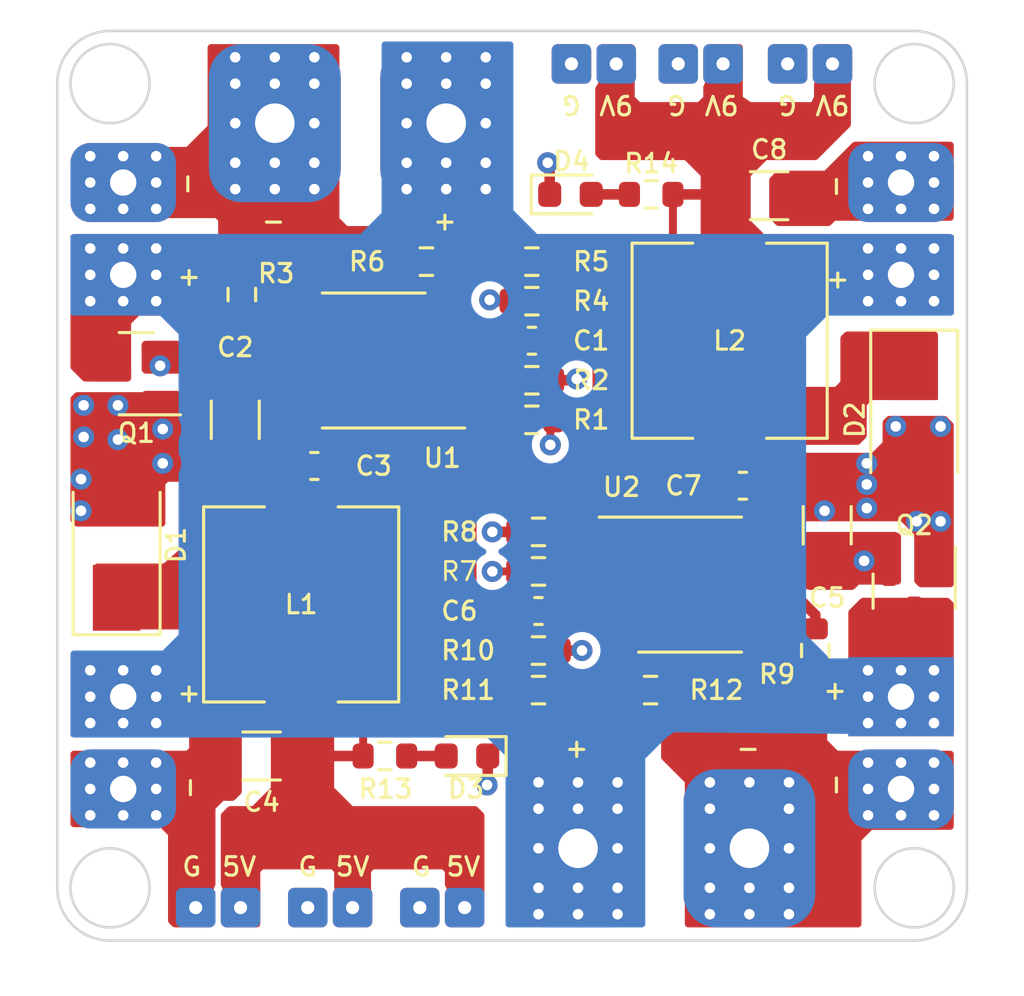
<source format=kicad_pcb>
(kicad_pcb (version 20211014) (generator pcbnew)
  (title_block (title "PDB") (date "2022-09-21") (rev "Version 1.0") (company "BIT2BYTE") (comment 1 "Designed By: CHUOB VANDY"))
  (layers (0 "F.Cu" signal) (1 "In1.Cu" power "In_1_GND") (2 "In2.Cu" power "In_2_GND") (31 "B.Cu" signal) (34 "B.Paste" user) (35 "F.Paste" user) (36 "B.SilkS" user "B.Silkscreen") (37 "F.SilkS" user "F.Silkscreen") (38 "B.Mask" user) (39 "F.Mask" user) (44 "Edge.Cuts" user))
  (net 0 "")
  (net 1 "/COMP")
  (net 2 "Net-(C1-Pad2)")
  (net 3 "/VIN")
  (net 4 "GND")
  (net 5 "/BST")
  (net 6 "/SW")
  (net 7 "+5V")
  (net 8 "Net-(C6-Pad2)")
  (net 9 "+9V")
  (net 10 "VCC")
  (net 11 "/EN")
  (net 12 "/FREQ")
  (net 13 "/FB")
  (net 14 "/VIN_9")
  (net 15 "/COMP_9")
  (net 16 "/BST_9")
  (net 17 "/SW_9")
  (net 18 "/EN_9")
  (net 19 "/FREQ_9")
  (net 20 "/FB_9")
  (net 21 "Net-(D3-Pad2)")
  (net 22 "Net-(D4-Pad2)")
  (footprint "Resistor_SMD:R_0603_1608Metric" (layer "F.Cu") (at 147.4 94)
    (fp_text reference "R7" (at -3.01 0) (layer "F.SilkS") (effects (font (size 0.7 0.7) (thickness 0.1))))
    (fp_text value "100k")
    (pad "1" smd roundrect locked (at -0.825 0) (size 0.8 0.95) (layers "F.Cu" "F.Paste" "F.Mask") (net 14 "/VIN_9"))
    (pad "2" smd roundrect locked (at 0.825 0) (size 0.8 0.95) (layers "F.Cu" "F.Paste" "F.Mask") (net 18 "/EN_9"))
  )
  (footprint "Diode_SMD:D_SMA" (layer "F.Cu") (at 131.4 93 90)
    (fp_text reference "D1" (at 0 2.25 90) (layer "F.SilkS") (effects (font (size 0.7 0.7) (thickness 0.12))))
    (fp_text value "SS34")
    (pad "1" smd rect locked (at -2 0 90) (size 2.5 1.8) (layers "F.Cu" "F.Paste" "F.Mask") (net 6 "/SW"))
    (pad "2" smd rect locked (at 2 0 90) (size 2.5 1.8) (layers "F.Cu" "F.Paste" "F.Mask") (net 4 "GND"))
  )
  (footprint "Resistor_SMD:R_0603_1608Metric" (layer "F.Cu") (at 136.15 83.5 90)
    (fp_text reference "R3" (at 0.8 1.3) (layer "F.SilkS") (effects (font (size 0.7 0.7) (thickness 0.12))))
    (fp_text value "100k")
    (pad "1" smd roundrect locked (at -0.825 0 90) (size 0.8 0.95) (layers "F.Cu" "F.Paste" "F.Mask") (net 12 "/FREQ"))
    (pad "2" smd roundrect locked (at 0.825 0 90) (size 0.8 0.95) (layers "F.Cu" "F.Paste" "F.Mask") (net 4 "GND"))
  )
  (footprint "LED_SMD:LED_0603_1608Metric" (layer "F.Cu") (at 148.6125 79.7)
    (fp_text reference "D4" (at 0.0375 -1.25 180) (layer "F.SilkS") (effects (font (size 0.7 0.7) (thickness 0.12))))
    (fp_text value "LEDR")
    (pad "1" smd roundrect locked (at -0.7875 0) (size 0.875 0.95) (layers "F.Cu" "F.Paste" "F.Mask") (net 4 "GND"))
    (pad "2" smd roundrect locked (at 0.7875 0) (size 0.875 0.95) (layers "F.Cu" "F.Paste" "F.Mask") (net 22 "Net-(D4-Pad2)"))
  )
  (footprint "Resistor_SMD:R_0603_1608Metric" (layer "F.Cu") (at 143.15 82.25 180)
    (fp_text reference "R6" (at 2.25 0) (layer "F.SilkS") (effects (font (size 0.7 0.7) (thickness 0.12))))
    (fp_text value "24k")
    (pad "1" smd roundrect locked (at -0.825 0 180) (size 0.8 0.95) (layers "F.Cu" "F.Paste" "F.Mask") (net 13 "/FB"))
    (pad "2" smd roundrect locked (at 0.825 0 180) (size 0.8 0.95) (layers "F.Cu" "F.Paste" "F.Mask") (net 4 "GND"))
  )
  (footprint "Resistor_SMD:R_0603_1608Metric" (layer "F.Cu") (at 151.675 79.7 180)
    (fp_text reference "R14" (at 0 1.175 180) (layer "F.SilkS") (effects (font (size 0.7 0.7) (thickness 0.12))))
    (fp_text value "1k")
    (pad "1" smd roundrect locked (at -0.825 0 180) (size 0.8 0.95) (layers "F.Cu" "F.Paste" "F.Mask") (net 9 "+9V"))
    (pad "2" smd roundrect locked (at 0.825 0 180) (size 0.8 0.95) (layers "F.Cu" "F.Paste" "F.Mask") (net 22 "Net-(D4-Pad2)"))
  )
  (footprint "Capacitor_SMD:C_0603_1608Metric" (layer "F.Cu") (at 147.15 85.25)
    (fp_text reference "C1" (at 2.25 0) (layer "F.SilkS") (effects (font (size 0.7 0.7) (thickness 0.12))))
    (fp_text value "150pF")
    (pad "1" smd roundrect locked (at -0.775 0) (size 0.9 0.95) (layers "F.Cu" "F.Paste" "F.Mask") (net 1 "/COMP"))
    (pad "2" smd roundrect locked (at 0.775 0) (size 0.9 0.95) (layers "F.Cu" "F.Paste" "F.Mask") (net 2 "Net-(C1-Pad2)"))
  )
  (footprint "Capacitor_SMD:C_1206_3216Metric" (layer "F.Cu") (at 156.15 79.75)
    (fp_text reference "C8" (at 0 -1.75) (layer "F.SilkS") (effects (font (size 0.7 0.7) (thickness 0.12))))
    (fp_text value "22uF")
    (pad "1" smd roundrect locked (at -1.475 0) (size 1.15 1.8) (layers "F.Cu" "F.Paste" "F.Mask") (roundrect_rratio 0.217391) (net 9 "+9V"))
    (pad "2" smd roundrect locked (at 1.475 0) (size 1.15 1.8) (layers "F.Cu" "F.Paste" "F.Mask") (roundrect_rratio 0.217391) (net 4 "GND"))
  )
  (footprint "Resistor_SMD:R_0603_1608Metric" (layer "F.Cu") (at 141.575 101)
    (fp_text reference "R13" (at 0.02 1.25) (layer "F.SilkS") (effects (font (size 0.7 0.7) (thickness 0.12))))
    (fp_text value "330R")
    (pad "1" smd roundrect locked (at -0.825 0) (size 0.8 0.95) (layers "F.Cu" "F.Paste" "F.Mask") (net 7 "+5V"))
    (pad "2" smd roundrect locked (at 0.825 0) (size 0.8 0.95) (layers "F.Cu" "F.Paste" "F.Mask") (net 21 "Net-(D3-Pad2)"))
  )
  (footprint "Resistor_SMD:R_0603_1608Metric" (layer "F.Cu") (at 157.9 97 -90)
    (fp_text reference "R9" (at 0.9 1.45 180) (layer "F.SilkS") (effects (font (size 0.7 0.7) (thickness 0.12))))
    (fp_text value "100k")
    (pad "1" smd roundrect locked (at -0.825 0 270) (size 0.8 0.95) (layers "F.Cu" "F.Paste" "F.Mask") (net 19 "/FREQ_9"))
    (pad "2" smd roundrect locked (at 0.825 0 270) (size 0.8 0.95) (layers "F.Cu" "F.Paste" "F.Mask") (net 4 "GND"))
  )
  (footprint "myCustomLibs:PDB_Pad01x02" (layer "F.Cu") (at 161.15 102.25)
    (fp_text reference "J3" hide)
    (fp_text value "Conn_01x02")
    (pad "1" thru_hole roundrect (at 0 0) (size 4 3) (drill 1) (layers *.Cu *.Mask) (net 4 "GND"))
    (pad "2" thru_hole rect (at 0 -3.5) (size 4 3) (drill 1) (layers *.Cu *.Mask) (net 10 "VCC"))
  )
  (footprint "Package_SO:SOIC-8-1EP_3.9x4.9mm_P1.27mm_EP2.41x3.3mm" (layer "F.Cu") (at 141.15 86 180)
    (fp_text reference "U1" (at -2.6 -3.7 180) (layer "F.SilkS") (effects (font (size 0.7 0.7) (thickness 0.12))))
    (fp_text value "MP1584")
    (pad "1" smd roundrect locked (at -2.475 -1.905 180) (size 1.95 0.6) (layers "F.Cu" "F.Paste" "F.Mask") (net 6 "/SW"))
    (pad "2" smd roundrect locked (at -2.475 -0.635 180) (size 1.95 0.6) (layers "F.Cu" "F.Paste" "F.Mask") (net 11 "/EN"))
    (pad "3" smd roundrect locked (at -2.475 0.635 180) (size 1.95 0.6) (layers "F.Cu" "F.Paste" "F.Mask") (net 1 "/COMP"))
    (pad "4" smd roundrect locked (at -2.475 1.905 180) (size 1.95 0.6) (layers "F.Cu" "F.Paste" "F.Mask") (net 13 "/FB"))
    (pad "5" smd roundrect locked (at 2.475 1.905 180) (size 1.95 0.6) (layers "F.Cu" "F.Paste" "F.Mask") (net 4 "GND"))
    (pad "6" smd roundrect locked (at 2.475 0.635 180) (size 1.95 0.6) (layers "F.Cu" "F.Paste" "F.Mask") (net 12 "/FREQ"))
    (pad "7" smd roundrect locked (at 2.475 -0.635 180) (size 1.95 0.6) (layers "F.Cu" "F.Paste" "F.Mask") (net 3 "/VIN"))
    (pad "8" smd roundrect locked (at 2.475 -1.905 180) (size 1.95 0.6) (layers "F.Cu" "F.Paste" "F.Mask") (net 5 "/BST"))
    (pad "9" smd rect locked (at 0 0 180) (size 2.41 3.3) (layers "F.Cu" "F.Mask"))
  )
  (footprint "Resistor_SMD:R_0603_1608Metric" (layer "F.Cu") (at 147.15 86.75)
    (fp_text reference "R2" (at 2.25 0) (layer "F.SilkS") (effects (font (size 0.7 0.7) (thickness 0.12))))
    (fp_text value "24k")
    (pad "1" smd roundrect locked (at -0.825 0) (size 0.8 0.95) (layers "F.Cu" "F.Paste" "F.Mask") (net 11 "/EN"))
    (pad "2" smd roundrect locked (at 0.825 0) (size 0.8 0.95) (layers "F.Cu" "F.Paste" "F.Mask") (net 4 "GND"))
  )
  (footprint "Resistor_SMD:R_0603_1608Metric" (layer "F.Cu") (at 147.4 98.5)
    (fp_text reference "R11" (at -2.666667 0) (layer "F.SilkS") (effects (font (size 0.7 0.7) (thickness 0.12))))
    (fp_text value "400k")
    (pad "1" smd roundrect locked (at -0.825 0) (size 0.8 0.95) (layers "F.Cu" "F.Paste" "F.Mask") (net 9 "+9V"))
    (pad "2" smd roundrect locked (at 0.825 0) (size 0.8 0.95) (layers "F.Cu" "F.Paste" "F.Mask") (net 20 "/FB_9"))
  )
  (footprint "Capacitor_SMD:C_1206_3216Metric" (layer "F.Cu") (at 136.9 101 180)
    (fp_text reference "C4" (at 0 -1.75 180) (layer "F.SilkS") (effects (font (size 0.7 0.7) (thickness 0.12))))
    (fp_text value "22uF")
    (pad "1" smd roundrect locked (at -1.475 0 180) (size 1.15 1.8) (layers "F.Cu" "F.Paste" "F.Mask") (roundrect_rratio 0.217391) (net 7 "+5V"))
    (pad "2" smd roundrect locked (at 1.475 0 180) (size 1.15 1.8) (layers "F.Cu" "F.Paste" "F.Mask") (roundrect_rratio 0.217391) (net 4 "GND"))
  )
  (footprint "Capacitor_SMD:C_1206_3216Metric" (layer "F.Cu") (at 158.35 92.25 90)
    (fp_text reference "C5" (at -2.75 0 180) (layer "F.SilkS") (effects (font (size 0.7 0.7) (thickness 0.12))))
    (fp_text value "10uF")
    (pad "1" smd roundrect locked (at -1.475 0 90) (size 1.15 1.8) (layers "F.Cu" "F.Paste" "F.Mask") (roundrect_rratio 0.217391) (net 14 "/VIN_9"))
    (pad "2" smd roundrect locked (at 1.475 0 90) (size 1.15 1.8) (layers "F.Cu" "F.Paste" "F.Mask") (roundrect_rratio 0.217391) (net 4 "GND"))
  )
  (footprint "LED_SMD:LED_0603_1608Metric" (layer "F.Cu") (at 144.6875 101 180)
    (fp_text reference "D3" (at 0.0375 -1.25) (layer "F.SilkS") (effects (font (size 0.7 0.7) (thickness 0.12))))
    (fp_text value "LEDR")
    (pad "1" smd roundrect locked (at -0.7875 0 180) (size 0.875 0.95) (layers "F.Cu" "F.Paste" "F.Mask") (net 4 "GND"))
    (pad "2" smd roundrect locked (at 0.7875 0 180) (size 0.875 0.95) (layers "F.Cu" "F.Paste" "F.Mask") (net 21 "Net-(D3-Pad2)"))
  )
  (footprint "Resistor_SMD:R_0603_1608Metric" (layer "F.Cu") (at 147.15 88.25 180)
    (fp_text reference "R1" (at -2.25 0) (layer "F.SilkS") (effects (font (size 0.7 0.7) (thickness 0.12))))
    (fp_text value "100k")
    (pad "1" smd roundrect locked (at -0.825 0 180) (size 0.8 0.95) (layers "F.Cu" "F.Paste" "F.Mask") (net 3 "/VIN"))
    (pad "2" smd roundrect locked (at 0.825 0 180) (size 0.8 0.95) (layers "F.Cu" "F.Paste" "F.Mask") (net 11 "/EN"))
  )
  (footprint "myCustomLibs:ConPadx02-1.5mm" (layer "F.Cu") (at 135.25 106.75)
    (fp_text reference "J10" hide)
    (fp_text value "Conn_01x02")
    (pad "1" thru_hole roundrect (at -0.85 0) (size 1.5 1.5) (drill 0.5) (layers *.Cu *.Mask) (roundrect_rratio 0.15) (net 4 "GND"))
    (pad "2" thru_hole roundrect (at 0.85 0) (size 1.5 1.5) (drill 0.5) (layers *.Cu *.Mask) (roundrect_rratio 0.15) (net 7 "+5V"))
  )
  (footprint "Resistor_SMD:R_0603_1608Metric" (layer "F.Cu") (at 147.4 92.5 180)
    (fp_text reference "R8" (at 3 0) (layer "F.SilkS") (effects (font (size 0.7 0.7) (thickness 0.12))))
    (fp_text value "24k")
    (pad "1" smd roundrect locked (at -0.825 0 180) (size 0.8 0.95) (layers "F.Cu" "F.Paste" "F.Mask") (net 18 "/EN_9"))
    (pad "2" smd roundrect locked (at 0.825 0 180) (size 0.8 0.95) (layers "F.Cu" "F.Paste" "F.Mask") (net 4 "GND"))
  )
  (footprint "Diode_SMD:D_SMA" (layer "F.Cu") (at 161.65 88.25 -90)
    (fp_text reference "D2" (at 0 2.25 -90) (layer "F.SilkS") (effects (font (size 0.7 0.7) (thickness 0.12))))
    (fp_text value "SS34")
    (pad "1" smd rect locked (at -2 0 270) (size 2.5 1.8) (layers "F.Cu" "F.Paste" "F.Mask") (net 17 "/SW_9"))
    (pad "2" smd rect locked (at 2 0 270) (size 2.5 1.8) (layers "F.Cu" "F.Paste" "F.Mask") (net 4 "GND"))
  )
  (footprint "Resistor_SMD:R_0603_1608Metric" (layer "F.Cu") (at 147.15 82.25 180)
    (fp_text reference "R5" (at -2.25 0) (layer "F.SilkS") (effects (font (size 0.7 0.7) (thickness 0.12))))
    (fp_text value "126k")
    (pad "1" smd roundrect locked (at -0.825 0 180) (size 0.8 0.95) (layers "F.Cu" "F.Paste" "F.Mask") (net 7 "+5V"))
    (pad "2" smd roundrect locked (at 0.825 0 180) (size 0.8 0.95) (layers "F.Cu" "F.Paste" "F.Mask") (net 13 "/FB"))
  )
  (footprint "Capacitor_SMD:C_0603_1608Metric" (layer "F.Cu") (at 155.15 90.75 180)
    (fp_text reference "C7" (at 2.25 0) (layer "F.SilkS") (effects (font (size 0.7 0.7) (thickness 0.12))))
    (fp_text value "100nF")
    (pad "1" smd roundrect locked (at -0.775 0 180) (size 0.9 0.95) (layers "F.Cu" "F.Paste" "F.Mask") (net 16 "/BST_9"))
    (pad "2" smd roundrect locked (at 0.775 0 180) (size 0.9 0.95) (layers "F.Cu" "F.Paste" "F.Mask") (net 17 "/SW_9"))
  )
  (footprint "myCustomLibs:PDB_Pad01x02" (layer "F.Cu") (at 131.65 102.25)
    (fp_text reference "J4" hide)
    (fp_text value "Conn_01x02")
    (pad "1" thru_hole roundrect (at 0 0) (size 4 3) (drill 1) (layers *.Cu *.Mask) (net 4 "GND"))
    (pad "2" thru_hole rect (at 0 -3.5) (size 4 3) (drill 1) (layers *.Cu *.Mask) (net 10 "VCC"))
  )
  (footprint "myCustomLibs:PDB_6mm" (layer "F.Cu") (at 141.15 77 90)
    (fp_text reference "J1" hide)
    (fp_text value "Conn_01x02")
    (pad "1" thru_hole roundrect (at 0 -3.75 90) (size 6 5) (drill 1.5) (layers *.Cu *.Mask) (net 4 "GND"))
    (pad "2" thru_hole roundrect (at 0 2.75 90) (size 6 5) (drill 1.5) (layers *.Cu *.Mask) (net 10 "VCC"))
  )
  (footprint "Package_TO_SOT_SMD:SOT-23" (layer "F.Cu") (at 161.65 94.75 -90)
    (fp_text reference "Q2" (at -2.5 0 180) (layer "F.SilkS") (effects (font (size 0.7 0.7) (thickness 0.12))))
    (fp_text value "AO3401A")
    (pad "1" smd roundrect locked (at -0.9375 -0.95 270) (size 1.475 0.6) (layers "F.Cu" "F.Paste" "F.Mask") (net 4 "GND"))
    (pad "2" smd roundrect locked (at -0.9375 0.95 270) (size 1.475 0.6) (layers "F.Cu" "F.Paste" "F.Mask") (net 14 "/VIN_9"))
    (pad "3" smd roundrect locked (at 0.9375 0 270) (size 1.475 0.6) (layers "F.Cu" "F.Paste" "F.Mask") (net 10 "VCC"))
  )
  (footprint "Package_SO:SOIC-8-1EP_3.9x4.9mm_P1.27mm_EP2.41x3.3mm" (layer "F.Cu") (at 153.15 94.5)
    (fp_text reference "U2" (at -2.6 -3.7) (layer "F.SilkS") (effects (font (size 0.7 0.7) (thickness 0.12))))
    (fp_text value "MP1584")
    (pad "1" smd roundrect locked (at -2.475 -1.905) (size 1.95 0.6) (layers "F.Cu" "F.Paste" "F.Mask") (net 17 "/SW_9"))
    (pad "2" smd roundrect locked (at -2.475 -0.635) (size 1.95 0.6) (layers "F.Cu" "F.Paste" "F.Mask") (net 18 "/EN_9"))
    (pad "3" smd roundrect locked (at -2.475 0.635) (size 1.95 0.6) (layers "F.Cu" "F.Paste" "F.Mask") (net 15 "/COMP_9"))
    (pad "4" smd roundrect locked (at -2.475 1.905) (size 1.95 0.6) (layers "F.Cu" "F.Paste" "F.Mask") (net 20 "/FB_9"))
    (pad "5" smd roundrect locked (at 2.475 1.905) (size 1.95 0.6) (layers "F.Cu" "F.Paste" "F.Mask") (net 4 "GND"))
    (pad "6" smd roundrect locked (at 2.475 0.635) (size 1.95 0.6) (layers "F.Cu" "F.Paste" "F.Mask") (net 19 "/FREQ_9"))
    (pad "7" smd roundrect locked (at 2.475 -0.635) (size 1.95 0.6) (layers "F.Cu" "F.Paste" "F.Mask") (net 14 "/VIN_9"))
    (pad "8" smd roundrect locked (at 2.475 -1.905) (size 1.95 0.6) (layers "F.Cu" "F.Paste" "F.Mask") (net 16 "/BST_9"))
    (pad "9" smd rect locked (at 0 0) (size 2.41 3.3) (layers "F.Cu" "F.Mask"))
  )
  (footprint "Resistor_SMD:R_0603_1608Metric" (layer "F.Cu") (at 147.15 83.75 180)
    (fp_text reference "R4" (at -2.25 0) (layer "F.SilkS") (effects (font (size 0.7 0.7) (thickness 0.12))))
    (fp_text value "100k")
    (pad "1" smd roundrect locked (at -0.825 0 180) (size 0.8 0.95) (layers "F.Cu" "F.Paste" "F.Mask") (net 2 "Net-(C1-Pad2)"))
    (pad "2" smd roundrect locked (at 0.825 0 180) (size 0.8 0.95) (layers "F.Cu" "F.Paste" "F.Mask") (net 4 "GND"))
  )
  (footprint "myCustomLibs:ConPadx02-1.5mm" (layer "F.Cu") (at 143.75 106.75)
    (fp_text reference "J9" hide)
    (fp_text value "Conn_01x02")
    (pad "1" thru_hole roundrect (at -0.85 0) (size 1.5 1.5) (drill 0.5) (layers *.Cu *.Mask) (roundrect_rratio 0.15) (net 4 "GND"))
    (pad "2" thru_hole roundrect (at 0.85 0) (size 1.5 1.5) (drill 0.5) (layers *.Cu *.Mask) (roundrect_rratio 0.15) (net 7 "+5V"))
  )
  (footprint "Inductor_SMD:L_7.3x7.3_H4.5" (layer "F.Cu") (at 154.65 85.25 90)
    (fp_text reference "L2" (at 0 0 180) (layer "F.SilkS") (effects (font (size 0.7 0.7) (thickness 0.12))))
    (fp_text value "22uH")
    (pad "1" smd rect locked (at -3.2 0 90) (size 1.5 2.2) (layers "F.Cu" "F.Paste" "F.Mask") (net 17 "/SW_9"))
    (pad "2" smd rect locked (at 3.2 0 90) (size 1.5 2.2) (layers "F.Cu" "F.Paste" "F.Mask") (net 9 "+9V"))
  )
  (footprint "myCustomLibs:PDB_6mm" (layer "F.Cu") (at 151.65 104.5 -90)
    (fp_text reference "J12" hide)
    (fp_text value "Conn_01x02")
    (pad "1" thru_hole roundrect (at 0 -3.75 270) (size 6 5) (drill 1.5) (layers *.Cu *.Mask) (net 4 "GND"))
    (pad "2" thru_hole roundrect (at 0 2.75 270) (size 6 5) (drill 1.5) (layers *.Cu *.Mask) (net 10 "VCC"))
  )
  (footprint "Capacitor_SMD:C_1206_3216Metric" (layer "F.Cu") (at 135.9 88.25 -90)
    (fp_text reference "C2" (at -2.75 0 180) (layer "F.SilkS") (effects (font (size 0.7 0.7) (thickness 0.12))))
    (fp_text value "10uF")
    (pad "1" smd roundrect locked (at -1.475 0 270) (size 1.15 1.8) (layers "F.Cu" "F.Paste" "F.Mask") (roundrect_rratio 0.217391) (net 3 "/VIN"))
    (pad "2" smd roundrect locked (at 1.475 0 270) (size 1.15 1.8) (layers "F.Cu" "F.Paste" "F.Mask") (roundrect_rratio 0.217391) (net 4 "GND"))
  )
  (footprint "myCustomLibs:ConPadx02-1.5mm" (layer "F.Cu") (at 153.55 74.75)
    (fp_text reference "J8" hide)
    (fp_text value "Conn_01x02")
    (pad "1" thru_hole roundrect (at -0.85 0) (size 1.5 1.5) (drill 0.5) (layers *.Cu *.Mask) (roundrect_rratio 0.15) (net 4 "GND"))
    (pad "2" thru_hole roundrect (at 0.85 0) (size 1.5 1.5) (drill 0.5) (layers *.Cu *.Mask) (roundrect_rratio 0.15) (net 9 "+9V"))
  )
  (footprint "myCustomLibs:PDB_Pad01x02" (layer "F.Cu") (at 131.65 79.25 180)
    (fp_text reference "J5" hide)
    (fp_text value "Conn_01x02")
    (pad "1" thru_hole roundrect (at 0 0 180) (size 4 3) (drill 1) (layers *.Cu *.Mask) (net 4 "GND"))
    (pad "2" thru_hole rect (at 0 -3.5 180) (size 4 3) (drill 1) (layers *.Cu *.Mask) (net 10 "VCC"))
  )
  (footprint "Inductor_SMD:L_7.3x7.3_H4.5" (layer "F.Cu") (at 138.4 95.25 -90)
    (fp_text reference "L1" (at 0 0) (layer "F.SilkS") (effects (font (size 0.7 0.7) (thickness 0.12))))
    (fp_text value "22uH")
    (pad "1" smd rect locked (at -3.2 0 270) (size 1.5 2.2) (layers "F.Cu" "F.Paste" "F.Mask") (net 6 "/SW"))
    (pad "2" smd rect locked (at 3.2 0 270) (size 1.5 2.2) (layers "F.Cu" "F.Paste" "F.Mask") (net 7 "+5V"))
  )
  (footprint "Package_TO_SOT_SMD:SOT-23" (layer "F.Cu") (at 132.15 86.5 180)
    (fp_text reference "Q1" (at 0 -2.25) (layer "F.SilkS") (effects (font (size 0.7 0.7) (thickness 0.12))))
    (fp_text value "AO3401A")
    (pad "1" smd roundrect locked (at -0.9375 -0.95 180) (size 1.475 0.6) (layers "F.Cu" "F.Paste" "F.Mask") (net 4 "GND"))
    (pad "2" smd roundrect locked (at -0.9375 0.95 180) (size 1.475 0.6) (layers "F.Cu" "F.Paste" "F.Mask") (net 3 "/VIN"))
    (pad "3" smd roundrect locked (at 0.9375 0 180) (size 1.475 0.6) (layers "F.Cu" "F.Paste" "F.Mask") (net 10 "VCC"))
  )
  (footprint "Resistor_SMD:R_0603_1608Metric" (layer "F.Cu") (at 151.65 98.5)
    (fp_text reference "R12" (at 2.5 0) (layer "F.SilkS") (effects (font (size 0.7 0.7) (thickness 0.12))))
    (fp_text value "39k")
    (pad "1" smd roundrect locked (at -0.825 0) (size 0.8 0.95) (layers "F.Cu" "F.Paste" "F.Mask") (net 20 "/FB_9"))
    (pad "2" smd roundrect locked (at 0.825 0) (size 0.8 0.95) (layers "F.Cu" "F.Paste" "F.Mask") (net 4 "GND"))
  )
  (footprint "myCustomLibs:ConPadx02-1.5mm" (layer "F.Cu") (at 157.7 74.75)
    (fp_text reference "J6" hide)
    (fp_text value "Conn_01x02")
    (pad "1" thru_hole roundrect (at -0.85 0) (size 1.5 1.5) (drill 0.5) (layers *.Cu *.Mask) (roundrect_rratio 0.15) (net 4 "GND"))
    (pad "2" thru_hole roundrect (at 0.85 0) (size 1.5 1.5) (drill 0.5) (layers *.Cu *.Mask) (roundrect_rratio 0.15) (net 9 "+9V"))
  )
  (footprint "myCustomLibs:ConPadx02-1.5mm" (layer "F.Cu") (at 149.5 74.75)
    (fp_text reference "J7" hide)
    (fp_text value "Conn_01x02")
    (pad "1" thru_hole roundrect (at -0.85 0) (size 1.5 1.5) (drill 0.5) (layers *.Cu *.Mask) (roundrect_rratio 0.15) (net 4 "GND"))
    (pad "2" thru_hole roundrect (at 0.85 0) (size 1.5 1.5) (drill 0.5) (layers *.Cu *.Mask) (roundrect_rratio 0.15) (net 9 "+9V"))
  )
  (footprint "Capacitor_SMD:C_0603_1608Metric" (layer "F.Cu") (at 138.9 90)
    (fp_text reference "C3" (at 2.25 0) (layer "F.SilkS") (effects (font (size 0.7 0.7) (thickness 0.12))))
    (fp_text value "100nF")
    (pad "1" smd roundrect locked (at -0.775 0) (size 0.9 0.95) (layers "F.Cu" "F.Paste" "F.Mask") (net 5 "/BST"))
    (pad "2" smd roundrect locked (at 0.775 0) (size 0.9 0.95) (layers "F.Cu" "F.Paste" "F.Mask") (net 6 "/SW"))
  )
  (footprint "Resistor_SMD:R_0603_1608Metric" (layer "F.Cu") (at 147.4 97)
    (fp_text reference "R10" (at -2.666667 0) (layer "F.SilkS") (effects (font (size 0.7 0.7) (thickness 0.12))))
    (fp_text value "100k")
    (pad "1" smd roundrect locked (at -0.825 0) (size 0.8 0.95) (layers "F.Cu" "F.Paste" "F.Mask") (net 8 "Net-(C6-Pad2)"))
    (pad "2" smd roundrect locked (at 0.825 0) (size 0.8 0.95) (layers "F.Cu" "F.Paste" "F.Mask") (net 4 "GND"))
  )
  (footprint "myCustomLibs:PDB_Pad01x02" (layer "F.Cu") (at 161.15 79.25 180)
    (fp_text reference "J2" hide)
    (fp_text value "Conn_01x02")
    (pad "1" thru_hole roundrect (at 0 0 180) (size 4 3) (drill 1) (layers *.Cu *.Mask) (net 4 "GND"))
    (pad "2" thru_hole rect (at 0 -3.5 180) (size 4 3) (drill 1) (layers *.Cu *.Mask) (net 10 "VCC"))
  )
  (footprint "myCustomLibs:ConPadx02-1.5mm" (layer "F.Cu") (at 139.5 106.75)
    (fp_text reference "J11" hide)
    (fp_text value "Conn_01x02")
    (pad "1" thru_hole roundrect (at -0.85 0) (size 1.5 1.5) (drill 0.5) (layers *.Cu *.Mask) (roundrect_rratio 0.15) (net 4 "GND"))
    (pad "2" thru_hole roundrect (at 0.85 0) (size 1.5 1.5) (drill 0.5) (layers *.Cu *.Mask) (roundrect_rratio 0.15) (net 7 "+5V"))
  )
  (footprint "Capacitor_SMD:C_0603_1608Metric" (layer "F.Cu") (at 147.4 95.5 180)
    (fp_text reference "C6" (at 3 0) (layer "F.SilkS") (effects (font (size 0.7 0.7) (thickness 0.12))))
    (fp_text value "150pF")
    (pad "1" smd roundrect locked (at -0.775 0 180) (size 0.9 0.95) (layers "F.Cu" "F.Paste" "F.Mask") (net 15 "/COMP_9"))
    (pad "2" smd roundrect locked (at 0.775 0 180) (size 0.9 0.95) (layers "F.Cu" "F.Paste" "F.Mask") (net 8 "Net-(C6-Pad2)"))
  )
  (gr_line (start 131.15 108) (end 161.65 108) (layer "Edge.Cuts") (width 0.1))
  (gr_circle (center 131.15 75.5) (end 131.15 74) (layer "Edge.Cuts") (width 0.1) (fill none))
  (gr_line (start 161.65 73.5) (end 131.15 73.5) (layer "Edge.Cuts") (width 0.1))
  (gr_circle (center 131.15 106) (end 131.15 104.5) (layer "Edge.Cuts") (width 0.1) (fill none))
  (gr_arc (start 131.15 108) (mid 129.735786 107.414214) (end 129.15 106) (layer "Edge.Cuts") (width 0.1))
  (gr_arc (start 129.15 75.5) (mid 129.735786 74.085786) (end 131.15 73.5) (layer "Edge.Cuts") (width 0.1))
  (gr_line (start 129.15 75.5) (end 129.15 106) (layer "Edge.Cuts") (width 0.1))
  (gr_arc (start 161.65 73.5) (mid 163.064214 74.085786) (end 163.65 75.5) (layer "Edge.Cuts") (width 0.1))
  (gr_circle (center 161.65 106) (end 161.65 104.5) (layer "Edge.Cuts") (width 0.1) (fill none))
  (gr_circle (center 161.65 75.5) (end 161.65 74) (layer "Edge.Cuts") (width 0.1) (fill none))
  (gr_line (start 163.65 106) (end 163.65 75.5) (layer "Edge.Cuts") (width 0.1))
  (gr_arc (start 163.65 106) (mid 163.064214 107.414214) (end 161.65 108) (layer "Edge.Cuts") (width 0.1))
  (gr_text "9V" (at 154.35 76.3 180) (layer "F.SilkS") (effects (font (size 0.7 0.7) (thickness 0.12))))
  (gr_text "-" (at 155.35 100.8 180) (layer "F.SilkS") (effects (font (size 0.7 0.7) (thickness 0.12))))
  (gr_text "-" (at 134.05 79.3 90) (layer "F.SilkS") (effects (font (size 0.7 0.7) (thickness 0.12))))
  (gr_text "+" (at 143.85 80.7) (layer "F.SilkS") (effects (font (size 0.7 0.7) (thickness 0.12))))
  (gr_text "G" (at 138.65 105.2) (layer "F.SilkS") (effects (font (size 0.7 0.7) (thickness 0.12))))
  (gr_text "9V" (at 150.35 76.3 180) (layer "F.SilkS") (effects (font (size 0.7 0.7) (thickness 0.12))))
  (gr_text "G" (at 134.25 105.2) (layer "F.SilkS") (effects (font (size 0.7 0.7) (thickness 0.12))))
  (gr_text "-" (at 137.35 80.7) (layer "F.SilkS") (effects (font (size 0.7 0.7) (thickness 0.12))))
  (gr_text "G" (at 148.65 76.3 180) (layer "F.SilkS") (effects (font (size 0.7 0.7) (thickness 0.12))))
  (gr_text "G" (at 152.65 76.3 180) (layer "F.SilkS") (effects (font (size 0.7 0.7) (thickness 0.12))))
  (gr_text "G" (at 142.95 105.2) (layer "F.SilkS") (effects (font (size 0.7 0.7) (thickness 0.12))))
  (gr_text "5V" (at 136.05 105.2) (layer "F.SilkS") (effects (font (size 0.7 0.7) (thickness 0.12))))
  (gr_text "-" (at 158.65 79.4 90) (layer "F.SilkS") (effects (font (size 0.7 0.7) (thickness 0.12))))
  (gr_text "+" (at 134.15 98.7 180) (layer "F.SilkS") (effects (font (size 0.7 0.7) (thickness 0.12))))
  (gr_text "+" (at 158.75 82.9) (layer "F.SilkS") (effects (font (size 0.7 0.7) (thickness 0.12))))
  (gr_text "-" (at 158.75 102.1 270) (layer "F.SilkS") (effects (font (size 0.7 0.7) (thickness 0.12))))
  (gr_text "+" (at 134.15 82.8) (layer "F.SilkS") (effects (font (size 0.7 0.7) (thickness 0.12))))
  (gr_text "+" (at 158.65 98.6 180) (layer "F.SilkS") (effects (font (size 0.7 0.7) (thickness 0.12))))
  (gr_text "+" (at 148.85 100.8 180) (layer "F.SilkS") (effects (font (size 0.7 0.7) (thickness 0.12))))
  (gr_text "-" (at 134.25 102.2 270) (layer "F.SilkS") (effects (font (size 0.7 0.7) (thickness 0.12))))
  (gr_text "9V" (at 158.55 76.3 180) (layer "F.SilkS") (effects (font (size 0.7 0.7) (thickness 0.12))))
  (gr_text "5V" (at 140.35 105.2) (layer "F.SilkS") (effects (font (size 0.7 0.7) (thickness 0.12))))
  (gr_text "5V" (at 144.55 105.2) (layer "F.SilkS") (effects (font (size 0.7 0.7) (thickness 0.12))))
  (gr_text "G" (at 156.85 76.3 180) (layer "F.SilkS") (effects (font (size 0.7 0.7) (thickness 0.12))))
  (segment (start 143.74 85.25) (end 143.625 85.365) (width 0.3) (layer "F.Cu") (net 1))
  (segment (start 146.375 85.25) (end 143.74 85.25) (width 0.3) (layer "F.Cu") (net 1))
  (segment (start 147.975 83.75) (end 147.975 85.2) (width 0.3) (layer "F.Cu") (net 2))
  (segment (start 147.975 85.2) (end 147.925 85.25) (width 0.3) (layer "F.Cu") (net 2))
  (segment (start 147.85 89.2) (end 147.85 88.375) (width 0.3) (layer "F.Cu") (net 3))
  (segment (start 147.85 88.375) (end 147.975 88.25) (width 0.3) (layer "F.Cu") (net 3))
  (via (at 133.05 86.2) (size 0.8) (drill 0.4) (layers "F.Cu" "B.Cu") (net 3))
  (via (at 147.85 89.2) (size 0.8) (drill 0.4) (layers "F.Cu" "B.Cu") (net 3))
  (segment (start 147.975 86.75) (end 148.8 86.75) (width 0.4) (layer "F.Cu") (net 4))
  (segment (start 145.475 101) (end 145.475 102.075) (width 0.4) (layer "F.Cu") (net 4))
  (segment (start 147.825 79.7) (end 147.825 78.575) (width 0.4) (layer "F.Cu") (net 4))
  (segment (start 145.475 102.075) (end 145.45 102.1) (width 0.4) (layer "F.Cu") (net 4))
  (segment (start 148.8 86.75) (end 148.85 86.7) (width 0.4) (layer "F.Cu") (net 4))
  (segment (start 149.05 97) (end 148.225 97) (width 0.4) (layer "F.Cu") (net 4))
  (segment (start 146.325 83.75) (end 145.6 83.75) (width 0.4) (layer "F.Cu") (net 4))
  (segment (start 147.825 78.575) (end 147.75 78.5) (width 0.4) (layer "F.Cu") (net 4))
  (segment (start 145.6 83.75) (end 145.55 83.7) (width 0.4) (layer "F.Cu") (net 4))
  (segment (start 146.575 92.5) (end 145.65 92.5) (width 0.4) (layer "F.Cu") (net 4))
  (via (at 160.95 88.5) (size 0.8) (drill 0.4) (layers "F.Cu" "B.Cu") (net 4))
  (via (at 132.9 78.25) (size 0.8) (drill 0.4) (layers "F.Cu" "B.Cu") (net 4))
  (via (at 159.9 79.25) (size 0.8) (drill 0.4) (layers "F.Cu" "B.Cu") (net 4))
  (via (at 130.4 103.25) (size 0.8) (drill 0.4) (layers "F.Cu" "B.Cu") (net 4))
  (via (at 131.65 101.25) (size 0.8) (drill 0.4) (layers "F.Cu" "B.Cu") (net 4))
  (via (at 130.15 87.7) (size 0.8) (drill 0.4) (layers "F.Cu" "B.Cu") (net 4))
  (via (at 138.9 74.5) (size 0.8) (drill 0.4) (layers "F.Cu" "B.Cu") (net 4))
  (via (at 161.15 103.25) (size 0.8) (drill 0.4) (layers "F.Cu" "B.Cu") (net 4))
  (via (at 138.9 78.5) (size 0.8) (drill 0.4) (layers "F.Cu" "B.Cu") (net 4))
  (via (at 153.9 106) (size 0.8) (drill 0.4) (layers "F.Cu" "B.Cu") (net 4))
  (via (at 133.15 89.9) (size 0.8) (drill 0.4) (layers "F.Cu" "B.Cu") (net 4))
  (via (at 159.9 102.25) (size 0.8) (drill 0.4) (layers "F.Cu" "B.Cu") (net 4))
  (via (at 155.4 107) (size 0.8) (drill 0.4) (layers "F.Cu" "B.Cu") (net 4))
  (via (at 159.9 101.25) (size 0.8) (drill 0.4) (layers "F.Cu" "B.Cu") (net 4))
  (via (at 162.4 102.25) (size 0.8) (drill 0.4) (layers "F.Cu" "B.Cu") (net 4))
  (via (at 161.15 80.25) (size 0.8) (drill 0.4) (layers "F.Cu" "B.Cu") (net 4))
  (via (at 161.15 101.25) (size 0.8) (drill 0.4) (layers "F.Cu" "B.Cu") (net 4))
  (via (at 162.65 92.1) (size 0.8) (drill 0.4) (layers "F.Cu" "B.Cu") (net 4))
  (via (at 162.4 79.25) (size 0.8) (drill 0.4) (layers "F.Cu" "B.Cu") (net 4))
  (via (at 145.55 83.7) (size 0.8) (drill 0.4) (layers "F.Cu" "B.Cu") (net 4))
  (via (at 131.65 80.25) (size 0.8) (drill 0.4) (layers "F.Cu" "B.Cu") (net 4))
  (via (at 130.05 90.5) (size 0.8) (drill 0.4) (layers "F.Cu" "B.Cu") (net 4))
  (via (at 161.15 78.25) (size 0.8) (drill 0.4) (layers "F.Cu" "B.Cu") (net 4))
  (via (at 145.65 92.5) (size 0.8) (drill 0.4) (layers "F.Cu" "B.Cu") (net 4))
  (via (at 159.9 103.25) (size 0.8) (drill 0.4) (layers "F.Cu" "B.Cu") (net 4))
  (via (at 137.4 78.5) (size 0.8) (drill 0.4) (layers "F.Cu" "B.Cu") (net 4))
  (via (at 131.45 89) (size 0.8) (drill 0.4) (layers "F.Cu" "B.Cu") (net 4))
  (via (at 159.9 80.25) (size 0.8) (drill 0.4) (layers "F.Cu" "B.Cu") (net 4))
  (via (at 148.85 86.7) (size 0.8) (drill 0.4) (layers "F.Cu" "B.Cu") (net 4))
  (via (at 131.45 87.7) (size 0.8) (drill 0.4) (layers "F.Cu" "B.Cu") (net 4))
  (via (at 155.4 102) (size 0.8) (drill 0.4) (layers "F.Cu" "B.Cu") (net 4))
  (via (at 162.4 103.25) (size 0.8) (drill 0.4) (layers "F.Cu" "B.Cu") (net 4))
  (via (at 130.4 79.25) (size 0.8) (drill 0.4) (layers "F.Cu" "B.Cu") (net 4))
  (via (at 132.9 101.25) (size 0.8) (drill 0.4) (layers "F.Cu" "B.Cu") (net 4))
  (via (at 156.9 106) (size 0.8) (drill 0.4) (layers "F.Cu" "B.Cu") (net 4))
  (via (at 156.9 107) (size 0.8) (drill 0.4) (layers "F.Cu" "B.Cu") (net 4))
  (via (at 156.9 103) (size 0.8) (drill 0.4) (layers "F.Cu" "B.Cu") (net 4))
  (via (at 135.9 79.5) (size 0.8) (drill 0.4) (layers "F.Cu" "B.Cu") (net 4))
  (via (at 153.9 104.5) (size 0.8) (drill 0.4) (layers "F.Cu" "B.Cu") (net 4))
  (via (at 159.85 90.7) (size 0.8) (drill 0.4) (layers "F.Cu" "B.Cu") (net 4))
  (via (at 135.9 77) (size 0.8) (drill 0.4) (layers "F.Cu" "B.Cu") (net 4))
  (via (at 162.65 88.5) (size 0.8) (drill 0.4) (layers "F.Cu" "B.Cu") (net 4))
  (via (at 137.4 79.5) (size 0.8) (drill 0.4) (layers "F.Cu" "B.Cu") (net 4))
  (via (at 130.4 102.25) (size 0.8) (drill 0.4) (layers "F.Cu" "B.Cu") (net 4))
  (via (at 162.4 101.25) (size 0.8) (drill 0.4) (layers "F.Cu" "B.Cu") (net 4))
  (via (at 158.25 91.7) (size 0.8) (drill 0.4) (layers "F.Cu" "B.Cu") (net 4))
  (via (at 130.05 91.7) (size 0.8) (drill 0.4) (layers "F.Cu" "B.Cu") (net 4))
  (via (at 132.9 103.25) (size 0.8) (drill 0.4) (layers "F.Cu" "B.Cu") (net 4))
  (via (at 132.9 80.25) (size 0.8) (drill 0.4) (layers "F.Cu" "B.Cu") (net 4))
  (via (at 149.05 97) (size 0.8) (drill 0.4) (layers "F.Cu" "B.Cu") (net 4))
  (via (at 137.4 75.5) (size 0.8) (drill 0.4) (layers "F.Cu" "B.Cu") (net 4))
  (via (at 153.9 103) (size 0.8) (drill 0.4) (layers "F.Cu" "B.Cu") (net 4))
  (via (at 155.4 106) (size 0.8) (drill 0.4) (layers "F.Cu" "B.Cu") (net 4))
  (via (at 159.9 78.25) (size 0.8) (drill 0.4) (layers "F.Cu" "B.Cu") (net 4))
  (via (at 138.9 75.5) (size 0.8) (drill 0.4) (layers "F.Cu" "B.Cu") (net 4))
  (via (at 162.4 78.25) (size 0.8) (drill 0.4) (layers "F.Cu" "B.Cu") (net 4))
  (via (at 133.15 88.6) (size 0.8) (drill 0.4) (layers "F.Cu" "B.Cu") (net 4))
  (via (at 153.9 107) (size 0.8) (drill 0.4) (layers "F.Cu" "B.Cu") (net 4))
  (via (at 159.85 91.6) (size 0.8) (drill 0.4) (layers "F.Cu" "B.Cu") (net 4))
  (via (at 135.9 75.5) (size 0.8) (drill 0.4) (layers "F.Cu" "B.Cu") (net 4))
  (via (at 138.9 77) (size 0.8) (drill 0.4) (layers "F.Cu" "B.Cu") (net 4))
  (via (at 147.75 78.5) (size 0.8) (drill 0.4) (layers "F.Cu" "B.Cu") (net 4))
  (via (at 156.9 102) (size 0.8) (drill 0.4) (layers "F.Cu" "B.Cu") (net 4))
  (via (at 131.65 78.25) (size 0.8) (drill 0.4) (layers "F.Cu" "B.Cu") (net 4))
  (via (at 130.4 80.25) (size 0.8) (drill 0.4) (layers "F.Cu" "B.Cu") (net 4))
  (via (at 161.75 92.1) (size 0.8) (drill 0.4) (layers "F.Cu" "B.Cu") (net 4))
  (via (at 135.9 78.5) (size 0.8) (drill 0.4) (layers "F.Cu" "B.Cu") (net 4))
  (via (at 135.9 74.5) (size 0.8) (drill 0.4) (layers "F.Cu" "B.Cu") (net 4))
  (via (at 145.45 102.1) (size 0.8) (drill 0.4) (layers "F.Cu" "B.Cu") (net 4))
  (via (at 132.9 102.25) (size 0.8) (drill 0.4) (layers "F.Cu" "B.Cu") (net 4))
  (via (at 130.4 101.25) (size 0.8) (drill 0.4) (layers "F.Cu" "B.Cu") (net 4))
  (via (at 132.9 79.25) (size 0.8) (drill 0.4) (layers "F.Cu" "B.Cu") (net 4))
  (via (at 130.15 88.9) (size 0.8) (drill 0.4) (layers "F.Cu" "B.Cu") (net 4))
  (via (at 162.4 80.25) (size 0.8) (drill 0.4) (layers "F.Cu" "B.Cu") (net 4))
  (via (at 137.4 74.5) (size 0.8) (drill 0.4) (layers "F.Cu" "B.Cu") (net 4))
  (via (at 156.9 104.5) (size 0.8) (drill 0.4) (layers "F.Cu" "B.Cu") (net 4))
  (via (at 153.9 102) (size 0.8) (drill 0.4) (layers "F.Cu" "B.Cu") (net 4))
  (via (at 130.4 78.25) (size 0.8) (drill 0.4) (layers "F.Cu" "B.Cu") (net 4))
  (via (at 131.65 103.25) (size 0.8) (drill 0.4) (layers "F.Cu" "B.Cu") (net 4))
  (via (at 159.85 89.9) (size 0.8) (drill 0.4) (layers "F.Cu" "B.Cu") (net 4))
  (via (at 138.9 79.5) (size 0.8) (drill 0.4) (layers "F.Cu" "B.Cu") (net 4))
  (segment (start 138.125 88.455) (end 138.675 87.905) (width 0.4) (layer "F.Cu") (net 5))
  (segment (start 138.125 90) (end 138.125 88.455) (width 0.4) (layer "F.Cu") (net 5))
  (segment (start 149.599511 88.650489) (end 149.599511 82.449511) (width 0.3) (layer "F.Cu") (net 7))
  (segment (start 144.15 95.4) (end 144.15 91.8) (width 0.3) (layer "F.Cu") (net 7))
  (segment (start 144.15 91.8) (end 145.85 90.1) (width 0.3) (layer "F.Cu") (net 7))
  (segment (start 149.4 82.25) (end 147.975 82.25) (width 0.3) (layer "F.Cu") (net 7))
  (segment (start 149.599511 82.449511) (end 149.4 82.25) (width 0.3) (layer "F.Cu") (net 7))
  (segment (start 145.85 90.1) (end 148.15 90.1) (width 0.3) (layer "F.Cu") (net 7))
  (segment (start 148.15 90.1) (end 149.599511 88.650489) (width 0.3) (layer "F.Cu") (net 7))
  (segment (start 140.75 101) (end 140.75 98.8) (width 0.3) (layer "F.Cu") (net 7))
  (segment (start 140.75 101) (end 138.375 101) (width 0.4) (layer "F.Cu") (net 7))
  (segment (start 140.75 98.8) (end 144.15 95.4) (width 0.3) (layer "F.Cu") (net 7))
  (segment (start 146.625 96.95) (end 146.575 97) (width 0.4) (layer "F.Cu") (net 8))
  (segment (start 146.625 95.5) (end 146.625 96.95) (width 0.4) (layer "F.Cu") (net 8))
  (segment (start 152.5 82.15) (end 150.25 84.4) (width 0.3) (layer "F.Cu") (net 9))
  (segment (start 150.25 89) (end 148.35 90.9) (width 0.3) (layer "F.Cu") (net 9))
  (segment (start 150.25 84.4) (end 150.25 89) (width 0.3) (layer "F.Cu") (net 9))
  (segment (start 144.900489 91.949511) (end 144.900489 97.950489) (width 0.3) (layer "F.Cu") (net 9))
  (segment (start 152.5 79.7) (end 152.5 82.15) (width 0.3) (layer "F.Cu") (net 9))
  (segment (start 145.95 90.9) (end 144.900489 91.949511) (width 0.3) (layer "F.Cu") (net 9))
  (segment (start 154.625 79.7) (end 154.675 79.75) (width 0.4) (layer "F.Cu") (net 9))
  (segment (start 148.35 90.9) (end 145.95 90.9) (width 0.3) (layer "F.Cu") (net 9))
  (segment (start 145.45 98.5) (end 146.575 98.5) (width 0.3) (layer "F.Cu") (net 9))
  (segment (start 152.5 79.7) (end 154.625 79.7) (width 0.4) (layer "F.Cu") (net 9))
  (segment (start 144.900489 97.950489) (end 145.45 98.5) (width 0.3) (layer "F.Cu") (net 9))
  (via (at 159.9 97.75) (size 0.8) (drill 0.4) (layers "F.Cu" "B.Cu") (net 10))
  (via (at 142.4 79.5) (size 0.8) (drill 0.4) (layers "F.Cu" "B.Cu") (net 10))
  (via (at 131.65 97.75) (size 0.8) (drill 0.4) (layers "F.Cu" "B.Cu") (net 10))
  (via (at 143.9 75.5) (size 0.8) (drill 0.4) (layers "F.Cu" "B.Cu") (net 10))
  (via (at 147.4 107) (size 0.8) (drill 0.4) (layers "F.Cu" "B.Cu") (net 10))
  (via (at 161.15 97.75) (size 0.8) (drill 0.4) (layers "F.Cu" "B.Cu") (net 10))
  (via (at 150.4 106) (size 0.8) (drill 0.4) (layers "F.Cu" "B.Cu") (net 10))
  (via (at 131.65 83.75) (size 0.8) (drill 0.4) (layers "F.Cu" "B.Cu") (net 10))
  (via (at 132.9 81.75) (size 0.8) (drill 0.4) (layers "F.Cu" "B.Cu") (net 10))
  (via (at 145.4 74.5) (size 0.8) (drill 0.4) (layers "F.Cu" "B.Cu") (net 10))
  (via (at 148.9 103) (size 0.8) (drill 0.4) (layers "F.Cu" "B.Cu") (net 10))
  (via (at 142.4 78.5) (size 0.8) (drill 0.4) (layers "F.Cu" "B.Cu") (net 10))
  (via (at 147.4 103) (size 0.8) (drill 0.4) (layers "F.Cu" "B.Cu") (net 10))
  (via (at 159.9 83.75) (size 0.8) (drill 0.4) (layers "F.Cu" "B.Cu") (net 10))
  (via (at 150.4 102) (size 0.8) (drill 0.4) (layers "F.Cu" "B.Cu") (net 10))
  (via (at 145.4 75.5) (size 0.8) (drill 0.4) (layers "F.Cu" "B.Cu") (net 10))
  (via (at 130.4 81.75) (size 0.8) (drill 0.4) (layers "F.Cu" "B.Cu") (net 10))
  (via (at 132.9 82.75) (size 0.8) (drill 0.4) (layers "F.Cu" "B.Cu") (net 10))
  (via (at 161.15 81.75) (size 0.8) (drill 0.4) (layers "F.Cu" "B.Cu") (net 10))
  (via (at 162.4 98.75) (size 0.8) (drill 0.4) (layers "F.Cu" "B.Cu") (net 10))
  (via (at 150.4 104.5) (size 0.8) (drill 0.4) (layers "F.Cu" "B.Cu") (net 10))
  (via (at 161.15 83.75) (size 0.8) (drill 0.4) (layers "F.Cu" "B.Cu") (net 10))
  (via (at 130.4 83.75) (size 0.8) (drill 0.4) (layers "F.Cu" "B.Cu") (net 10))
  (via (at 148.9 107) (size 0.8) (drill 0.4) (layers "F.Cu" "B.Cu") (net 10))
  (via (at 162.4 97.75) (size 0.8) (drill 0.4) (layers "F.Cu" "B.Cu") (net 10))
  (via (at 162.4 83.75) (size 0.8) (drill 0.4) (layers "F.Cu" "B.Cu") (net 10))
  (via (at 130.4 99.75) (size 0.8) (drill 0.4) (layers "F.Cu" "B.Cu") (net 10))
  (via (at 132.9 98.75) (size 0.8) (drill 0.4) (layers "F.Cu" "B.Cu") (net 10))
  (via (at 131.65 99.75) (size 0.8) (drill 0.4) (layers "F.Cu" "B.Cu") (net 10))
  (via (at 159.9 98.75) (size 0.8) (drill 0.4) (layers "F.Cu" "B.Cu") (net 10))
  (via (at 162.4 81.75) (size 0.8) (drill 0.4) (layers "F.Cu" "B.Cu") (net 10))
  (via (at 130.4 97.75) (size 0.8) (drill 0.4) (layers "F.Cu" "B.Cu") (net 10))
  (via (at 159.9 82.75) (size 0.8) (drill 0.4) (layers "F.Cu" "B.Cu") (net 10))
  (via (at 148.9 106) (size 0.8) (drill 0.4) (layers "F.Cu" "B.Cu") (net 10))
  (via (at 130.4 98.75) (size 0.8) (drill 0.4) (layers "F.Cu" "B.Cu") (net 10))
  (via (at 142.4 74.5) (size 0.8) (drill 0.4) (layers "F.Cu" "B.Cu") (net 10))
  (via (at 147.4 104.5) (size 0.8) (drill 0.4) (layers "F.Cu" "B.Cu") (net 10))
  (via (at 132.9 97.75) (size 0.8) (drill 0.4) (layers "F.Cu" "B.Cu") (net 10))
  (via (at 145.4 79.5) (size 0.8) (drill 0.4) (layers "F.Cu" "B.Cu") (net 10))
  (via (at 147.4 102) (size 0.8) (drill 0.4) (layers "F.Cu" "B.Cu") (net 10))
  (via (at 142.4 75.5) (size 0.8) (drill 0.4) (layers "F.Cu" "B.Cu") (net 10))
  (via (at 132.9 83.75) (size 0.8) (drill 0.4) (layers "F.Cu" "B.Cu") (net 10))
  (via (at 161.15 99.75) (size 0.8) (drill 0.4) (layers "F.Cu" "B.Cu") (net 10))
  (via (at 162.4 99.75) (size 0.8) (drill 0.4) (layers "F.Cu" "B.Cu") (net 10))
  (via (at 162.4 82.75) (size 0.8) (drill 0.4) (layers "F.Cu" "B.Cu") (net 10))
  (via (at 142.4 77) (size 0.8) (drill 0.4) (layers "F.Cu" "B.Cu") (net 10))
  (via (at 147.4 106) (size 0.8) (drill 0.4) (layers "F.Cu" "B.Cu") (net 10))
  (via (at 150.4 107) (size 0.8) (drill 0.4) (layers "F.Cu" "B.Cu") (net 10))
  (via (at 145.4 78.5) (size 0.8) (drill 0.4) (layers "F.Cu" "B.Cu") (net 10))
  (via (at 143.9 79.5) (size 0.8) (drill 0.4) (layers "F.Cu" "B.Cu") (net 10))
  (via (at 130.4 82.75) (size 0.8) (drill 0.4) (layers "F.Cu" "B.Cu") (net 10))
  (via (at 159.9 99.75) (size 0.8) (drill 0.4) (layers "F.Cu" "B.Cu") (net 10))
  (via (at 143.9 78.5) (size 0.8) (drill 0.4) (layers "F.Cu" "B.Cu") (net 10))
  (via (at 148.9 102) (size 0.8) (drill 0.4) (layers "F.Cu" "B.Cu") (net 10))
  (via (at 132.9 99.75) (size 0.8) (drill 0.4) (layers "F.Cu" "B.Cu") (net 10))
  (via (at 145.4 77) (size 0.8) (drill 0.4) (layers "F.Cu" "B.Cu") (net 10))
  (via (at 131.65 81.75) (size 0.8) (drill 0.4) (layers "F.Cu" "B.Cu") (net 10))
  (via (at 150.4 103) (size 0.8) (drill 0.4) (layers "F.Cu" "B.Cu") (net 10))
  (via (at 159.9 81.75) (size 0.8) (drill 0.4) (layers "F.Cu" "B.Cu") (net 10))
  (via (at 143.9 74.5) (size 0.8) (drill 0.4) (layers "F.Cu" "B.Cu") (net 10))
  (segment (start 143.625 86.635) (end 146.21 86.635) (width 0.3) (layer "F.Cu") (net 11))
  (segment (start 146.325 88.25) (end 146.325 86.75) (width 0.3) (layer "F.Cu") (net 11))
  (segment (start 146.21 86.635) (end 146.325 86.75) (width 0.3) (layer "F.Cu") (net 11))
  (segment (start 138.675 85.365) (end 136.515 85.365) (width 0.3) (layer "F.Cu") (net 12))
  (segment (start 136.15 85) (end 136.15 84.325) (width 0.3) (layer "F.Cu") (net 12))
  (segment (start 136.515 85.365) (end 136.15 85) (width 0.3) (layer "F.Cu") (net 12))
  (segment (start 143.975 83.175) (end 143.975 82.25) (width 0.3) (layer "F.Cu") (net 13))
  (segment (start 143.625 83.525) (end 143.975 83.175) (width 0.3) (layer "F.Cu") (net 13))
  (segment (start 143.625 84.095) (end 143.625 83.525) (width 0.3) (layer "F.Cu") (net 13))
  (segment (start 146.325 82.25) (end 143.975 82.25) (width 0.3) (layer "F.Cu") (net 13))
  (segment (start 145.649989 94) (end 146.575 94) (width 0.3) (layer "F.Cu") (net 14))
  (via (at 145.649989 94) (size 0.8) (drill 0.4) (layers "F.Cu" "B.Cu") (net 14))
  (via (at 159.75 93.6) (size 0.8) (drill 0.4) (layers "F.Cu" "B.Cu") (net 14))
  (segment (start 148.54 95.135) (end 148.175 95.5) (width 0.4) (layer "F.Cu") (net 15))
  (segment (start 150.675 95.135) (end 148.54 95.135) (width 0.4) (layer "F.Cu") (net 15))
  (segment (start 155.925 90.75) (end 155.925 92.295) (width 0.4) (layer "F.Cu") (net 16))
  (segment (start 155.925 92.295) (end 155.625 92.595) (width 0.4) (layer "F.Cu") (net 16))
  (segment (start 148.225 92.5) (end 148.225 94) (width 0.4) (layer "F.Cu") (net 18))
  (segment (start 150.675 93.865) (end 148.36 93.865) (width 0.4) (layer "F.Cu") (net 18))
  (segment (start 148.36 93.865) (end 148.225 94) (width 0.4) (layer "F.Cu") (net 18))
  (segment (start 157.385 95.135) (end 157.9 95.65) (width 0.4) (layer "F.Cu") (net 19))
  (segment (start 157.9 95.65) (end 157.9 96.175) (width 0.4) (layer "F.Cu") (net 19))
  (segment (start 155.625 95.135) (end 157.385 95.135) (width 0.4) (layer "F.Cu") (net 19))
  (segment (start 148.225 98.5) (end 150.825 98.5) (width 0.4) (layer "F.Cu") (net 20))
  (segment (start 150.675 98.35) (end 150.825 98.5) (width 0.4) (layer "F.Cu") (net 20))
  (segment (start 150.675 96.405) (end 150.675 98.35) (width 0.4) (layer "F.Cu") (net 20))
  (segment (start 143.9 101) (end 142.4 101) (width 0.4) (layer "F.Cu") (net 21))
  (segment (start 150.85 79.7) (end 149.4 79.7) (width 0.4) (layer "F.Cu") (net 22))
  (zone (net 4) (net_name "GND") (layer "F.Cu") (connect_pads yes (clearance 0.3)) (min_thickness 0.254) (fill yes (thermal_gap 0.508) (thermal_bridge_width 0.508))
    (polygon (pts (xy 156.55 97) (xy 156.75 97.2) (xy 158.25 97.2) (xy 158.35 97.3) (xy 158.35 100.4) (xy 158.75 100.8) (xy 163.15 100.8) (xy 163.15 103.8) (xy 160.05 103.8) (xy 159.65 104.2) (xy 159.65 107.5) (xy 152.95 107.5) (xy 152.95 102) (xy 152.05 101.1) (xy 152.05 97.3) (xy 152.45 96.9) (xy 154.25 96.9) (xy 154.65 96.7) (xy 154.65 96.1) (xy 156.55 96.1)))
  )
  (zone (net 17) (net_name "/SW_9") (layer "F.Cu") (connect_pads yes (clearance 0.3)) (min_thickness 0.254) (fill yes (thermal_gap 0.508) (thermal_bridge_width 0.508))
    (polygon (pts (xy 158.85 85.3) (xy 158.85 85.1) (xy 159.05 84.9) (xy 162.55 84.9) (xy 162.55 87.5) (xy 160.05 87.5) (xy 159.85 87.7) (xy 159.85 88.9) (xy 159.55 89.2) (xy 155.75 89.2) (xy 154.95 89.2) (xy 154.95 91.4) (xy 154.85 91.5) (xy 151.85 91.5) (xy 151.55 91.8) (xy 151.55 92.9) (xy 149.65 92.9) (xy 149.65 90.6) (xy 149.85 90.4) (xy 150.85 90.4) (xy 151.05 90.2) (xy 151.05 87.5) (xy 151.55 87) (xy 158.65 87) (xy 158.85 86.8)))
  )
  (zone (net 10) (net_name "VCC") (layer "F.Cu") (connect_pads yes (clearance 0.3)) (min_thickness 0.254) (fill yes (thermal_gap 0.508) (thermal_bridge_width 0.508))
    (polygon (pts (xy 163.15 95.2) (xy 163.15 100.2) (xy 159.15 100.2) (xy 159.15 95.5) (xy 159.65 95) (xy 162.95 95)))
  )
  (zone (net 4) (net_name "GND") (layer "F.Cu") (connect_pads yes (clearance 0.3)) (min_thickness 0.254) (fill yes (thermal_gap 0.508) (thermal_bridge_width 0.508))
    (polygon (pts (xy 133.95 87.3) (xy 133.95 87.5) (xy 134.15 87.7) (xy 136.65 87.7) (xy 136.95 88) (xy 136.95 90.5) (xy 136.85 90.6) (xy 133.35 90.6) (xy 133.25 90.7) (xy 133.25 92.3) (xy 129.85 92.3) (xy 129.65 92.1) (xy 129.65 87.4) (xy 129.85 87.2) (xy 133.85 87.2)))
  )
  (zone (net 3) (net_name "/VIN") (layer "F.Cu") (connect_pads yes (clearance 0.3)) (min_thickness 0.254) (fill yes (thermal_gap 0.508) (thermal_bridge_width 0.508))
    (polygon (pts (xy 135.65 85.9) (xy 137.45 85.9) (xy 137.75 86.2) (xy 139.65 86.2) (xy 139.65 87) (xy 137.75 87) (xy 137.35 87.4) (xy 134.55 87.4) (xy 134.25 87.1) (xy 134.25 86.8) (xy 133.95 86.5) (xy 132.45 86.5) (xy 132.35 86.4) (xy 132.35 85.3) (xy 135.05 85.3)))
  )
  (zone (net 4) (net_name "GND") (layer "F.Cu") (connect_pads yes (clearance 0.3)) (min_thickness 0.254) (fill yes (thermal_gap 0.508) (thermal_bridge_width 0.508))
    (polygon (pts (xy 136.15 102.4) (xy 135.85 102.7) (xy 135.45 102.7) (xy 135.15 103) (xy 135.15 107.5) (xy 133.55 107.5) (xy 133.35 107.3) (xy 133.35 104) (xy 133.05 103.7) (xy 129.65 103.7) (xy 129.65 100.8) (xy 134.05 100.8) (xy 134.15 100.7) (xy 134.15 100) (xy 134.25 99.9) (xy 136.15 99.9)))
  )
  (zone (net 10) (net_name "VCC") (layer "F.Cu") (connect_pads yes (clearance 0.3)) (min_thickness 0.254) (fill yes (thermal_gap 0.508) (thermal_bridge_width 0.508))
    (polygon (pts (xy 133.65 84.3) (xy 132.25 84.3) (xy 131.95 84.6) (xy 131.95 86.8) (xy 130.15 86.8) (xy 129.65 86.3) (xy 129.65 81.3) (xy 133.65 81.3)))
  )
  (zone (net 9) (net_name "+9V") (layer "F.Cu") (connect_pads yes (clearance 0.3)) (min_thickness 0.254) (fill yes (thermal_gap 0.508) (thermal_bridge_width 0.508))
    (polygon (pts (xy 151.05 76) (xy 151.25 76.2) (xy 153.45 76.2) (xy 153.65 76) (xy 153.65 74) (xy 155.15 74) (xy 155.15 76) (xy 155.45 76.2) (xy 157.75 76.2) (xy 157.85 76) (xy 157.85 74) (xy 159.25 74) (xy 159.25 77.1) (xy 157.95 78.4) (xy 156.05 78.4) (xy 155.45 79) (xy 155.45 80.7) (xy 155.95 81.2) (xy 155.95 82.8) (xy 153.55 82.8) (xy 153.55 79) (xy 152.95 78.4) (xy 149.75 78.4) (xy 149.55 78.2) (xy 149.55 74) (xy 151.05 74)))
  )
  (zone (net 14) (net_name "/VIN_9") (layer "F.Cu") (connect_pads yes (clearance 0.3)) (min_thickness 0.254) (fill yes (thermal_gap 0.508) (thermal_bridge_width 0.508))
    (polygon (pts (xy 161.15 92.6) (xy 161.15 94.5) (xy 159.55 94.5) (xy 159.35 94.7) (xy 157.45 94.7) (xy 157.05 94.3) (xy 154.65 94.3) (xy 154.65 93.4) (xy 156.65 93.4) (xy 157.55 92.5) (xy 160.95 92.5)))
  )
  (zone (net 4) (net_name "GND") (layer "F.Cu") (connect_pads yes (clearance 0.3)) (min_thickness 0.254) (fill yes (thermal_gap 0.508) (thermal_bridge_width 0.508))
    (polygon (pts (xy 163.15 80.7) (xy 158.65 80.7) (xy 158.45 80.9) (xy 156.45 80.9) (xy 156.15 80.6) (xy 156.15 79.1) (xy 156.45 78.8) (xy 158.25 78.8) (xy 159.35 77.7) (xy 163.15 77.7)))
  )
  (zone (net 4) (net_name "GND") (layer "F.Cu") (connect_pads yes (clearance 0.3)) (min_thickness 0.254) (fill yes (thermal_gap 0.508) (thermal_bridge_width 0.508))
    (polygon (pts (xy 139.85 80.6) (xy 140.15 80.9) (xy 142.25 80.9) (xy 142.75 81.4) (xy 142.75 83.1) (xy 142.45 83.4) (xy 139.85 83.5) (xy 139.55 83.8) (xy 139.55 84.4) (xy 137.55 84.4) (xy 137.15 84) (xy 137.15 83.6) (xy 136.95 83.4) (xy 135.45 83.4) (xy 135.25 83.2) (xy 135.25 80.7) (xy 135.15 80.6) (xy 130.15 80.6) (xy 130.15 77.9) (xy 134.05 77.9) (xy 134.85 77.1) (xy 134.85 74) (xy 139.85 74)))
  )
  (zone (net 7) (net_name "+5V") (layer "F.Cu") (connect_pads yes (clearance 0.3)) (min_thickness 0.254) (fill yes (thermal_gap 0.508) (thermal_bridge_width 0.508))
    (polygon (pts (xy 139.65 100.2) (xy 139.65 102.2) (xy 140.35 102.9) (xy 145.05 102.9) (xy 145.35 103.2) (xy 145.35 107.4) (xy 143.85 107.4) (xy 143.85 105.4) (xy 143.75 105.3) (xy 141.15 105.3) (xy 141.05 105.4) (xy 141.05 107.4) (xy 139.65 107.4) (xy 139.65 105.4) (xy 139.55 105.3) (xy 136.95 105.3) (xy 136.85 105.4) (xy 136.85 107.5) (xy 135.35 107.5) (xy 135.35 103.2) (xy 135.65 102.9) (xy 136.55 102.9) (xy 137.25 102.2) (xy 137.25 97.7) (xy 139.65 97.7)))
  )
  (zone (net 4) (net_name "GND") (layer "F.Cu") (connect_pads yes (clearance 0.3)) (min_thickness 0.254) (fill yes (thermal_gap 0.508) (thermal_bridge_width 0.508))
    (polygon (pts (xy 163.15 88.4) (xy 163.15 94.6) (xy 161.85 94.6) (xy 161.65 94.4) (xy 161.65 92.6) (xy 161.15 92.1) (xy 157.25 92.1) (xy 157.15 92) (xy 157.15 89.7) (xy 157.35 89.5) (xy 160.05 89.5) (xy 160.45 89.1) (xy 160.45 88.3) (xy 160.65 88.1) (xy 162.85 88.1)))
  )
  (zone (net 6) (net_name "/SW") (layer "F.Cu") (connect_pads yes (clearance 0.3)) (min_thickness 0.254) (fill yes (thermal_gap 0.508) (thermal_bridge_width 0.508))
    (polygon (pts (xy 144.75 90.5) (xy 144.45 90.8) (xy 143.15 90.8) (xy 142.65 91.3) (xy 142.65 93.3) (xy 142.25 93.7) (xy 136.45 93.7) (xy 135.95 94.2) (xy 135.95 95.7) (xy 135.45 96.2) (xy 130.55 96.2) (xy 130.55 93.7) (xy 133.180707 93.7) (xy 133.75 93.2) (xy 133.75 91.7) (xy 134.35 91.1) (xy 138.85 91.1) (xy 139.25 90.7) (xy 139.25 89.1) (xy 139.55 88.8) (xy 142.25 88.8) (xy 142.65 88.4) (xy 142.65 87.6) (xy 144.75 87.6)))
  )
  (zone (net 10) (net_name "VCC") (layer "B.Cu") (connect_pads yes (clearance 0.3)) (min_thickness 0.254) (fill yes (thermal_gap 0.508) (thermal_bridge_width 0.508))
    (polygon (pts (xy 146.45 80.3) (xy 147.35 81.2) (xy 163.15 81.2) (xy 163.15 84.3) (xy 158.35 84.3) (xy 157.55 85.1) (xy 157.55 96.4) (xy 158.45 97.3) (xy 163.15 97.3) (xy 163.15 100.2) (xy 152.55 100.1) (xy 152.25 100.3) (xy 151.45 101.1) (xy 151.45 107.5) (xy 146.15 107.5) (xy 146.15 101) (xy 145.45 100.3) (xy 129.65 100.3) (xy 129.65 97) (xy 133.15 97) (xy 133.75 96.4) (xy 133.75 85) (xy 133.05 84.3) (xy 129.65 84.3) (xy 129.65 81.2) (xy 140.65 81.2) (xy 141.45 80.4) (xy 141.45 73.9) (xy 146.45 73.9)))
  )
)
</source>
